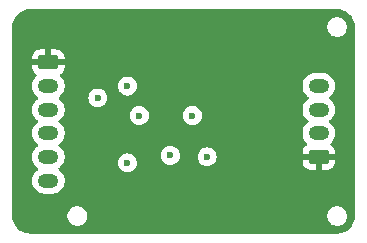
<source format=gbr>
%TF.GenerationSoftware,KiCad,Pcbnew,8.0.1*%
%TF.CreationDate,2024-04-17T01:28:12-04:00*%
%TF.ProjectId,ads1115_board,61647331-3131-4355-9f62-6f6172642e6b,rev?*%
%TF.SameCoordinates,Original*%
%TF.FileFunction,Copper,L4,Bot*%
%TF.FilePolarity,Positive*%
%FSLAX46Y46*%
G04 Gerber Fmt 4.6, Leading zero omitted, Abs format (unit mm)*
G04 Created by KiCad (PCBNEW 8.0.1) date 2024-04-17 01:28:12*
%MOMM*%
%LPD*%
G01*
G04 APERTURE LIST*
G04 Aperture macros list*
%AMRoundRect*
0 Rectangle with rounded corners*
0 $1 Rounding radius*
0 $2 $3 $4 $5 $6 $7 $8 $9 X,Y pos of 4 corners*
0 Add a 4 corners polygon primitive as box body*
4,1,4,$2,$3,$4,$5,$6,$7,$8,$9,$2,$3,0*
0 Add four circle primitives for the rounded corners*
1,1,$1+$1,$2,$3*
1,1,$1+$1,$4,$5*
1,1,$1+$1,$6,$7*
1,1,$1+$1,$8,$9*
0 Add four rect primitives between the rounded corners*
20,1,$1+$1,$2,$3,$4,$5,0*
20,1,$1+$1,$4,$5,$6,$7,0*
20,1,$1+$1,$6,$7,$8,$9,0*
20,1,$1+$1,$8,$9,$2,$3,0*%
G04 Aperture macros list end*
%TA.AperFunction,ComponentPad*%
%ADD10RoundRect,0.250000X0.625000X-0.350000X0.625000X0.350000X-0.625000X0.350000X-0.625000X-0.350000X0*%
%TD*%
%TA.AperFunction,ComponentPad*%
%ADD11O,1.750000X1.200000*%
%TD*%
%TA.AperFunction,ComponentPad*%
%ADD12RoundRect,0.250000X-0.625000X0.350000X-0.625000X-0.350000X0.625000X-0.350000X0.625000X0.350000X0*%
%TD*%
%TA.AperFunction,ViaPad*%
%ADD13C,0.600000*%
%TD*%
G04 APERTURE END LIST*
D10*
%TO.P,J1,1,Pin_1*%
%TO.N,GND*%
X156450000Y-103000000D03*
D11*
%TO.P,J1,2,Pin_2*%
%TO.N,/SIG+*%
X156450000Y-101000000D03*
%TO.P,J1,3,Pin_3*%
%TO.N,/SIG-*%
X156450000Y-99000000D03*
%TO.P,J1,4,Pin_4*%
%TO.N,+4V*%
X156450000Y-97000000D03*
%TD*%
D12*
%TO.P,J2,1,Pin_1*%
%TO.N,GND*%
X133550000Y-95000000D03*
D11*
%TO.P,J2,2,Pin_2*%
%TO.N,/SDA*%
X133550000Y-97000000D03*
%TO.P,J2,3,Pin_3*%
%TO.N,/SCL*%
X133550000Y-99000000D03*
%TO.P,J2,4,Pin_4*%
%TO.N,/RDY*%
X133550000Y-101000000D03*
%TO.P,J2,5,Pin_5*%
%TO.N,+3V3*%
X133550000Y-103000000D03*
%TO.P,J2,6,Pin_6*%
%TO.N,+5V*%
X133550000Y-105000000D03*
%TD*%
D13*
%TO.N,GND*%
X146750000Y-102000000D03*
X153750000Y-100000000D03*
X135000000Y-98000000D03*
X135000000Y-100000000D03*
X131000000Y-107000000D03*
X131000000Y-93000000D03*
X159000000Y-93000000D03*
X138000000Y-91000000D03*
X133000000Y-91000000D03*
X157000000Y-91000000D03*
X152000000Y-91000000D03*
X147000000Y-91000000D03*
X143000000Y-91000000D03*
X133000000Y-109000000D03*
X138000000Y-109000000D03*
X143000000Y-109000000D03*
X147000000Y-109000000D03*
X152000000Y-109000000D03*
X157000000Y-109000000D03*
X159000000Y-107000000D03*
X144500000Y-95250000D03*
X146250000Y-95000000D03*
X153750000Y-97500000D03*
X152000000Y-97500000D03*
X153750000Y-102500000D03*
X152000000Y-102500000D03*
X150000000Y-102500000D03*
X149500000Y-95500000D03*
X147750000Y-94750000D03*
X147500000Y-98000000D03*
X148750000Y-99250000D03*
X150000000Y-100500000D03*
%TO.N,+4V*%
X147000000Y-103000000D03*
%TO.N,GND*%
X140250000Y-104500000D03*
%TO.N,+3V3*%
X140250000Y-97000000D03*
X145750000Y-99500000D03*
%TO.N,GND*%
X151000000Y-96500000D03*
X151000000Y-103250000D03*
X145250000Y-106250000D03*
X137750000Y-103500000D03*
%TO.N,+4V*%
X143875000Y-102875000D03*
%TO.N,+5V*%
X140250000Y-103500000D03*
%TO.N,+3V3*%
X141250000Y-99500000D03*
X137750000Y-98000000D03*
%TO.N,GND*%
X137750000Y-97000000D03*
X144250000Y-97000000D03*
%TD*%
%TA.AperFunction,Conductor*%
%TO.N,GND*%
G36*
X158004418Y-90500816D02*
G01*
X158204561Y-90515130D01*
X158222063Y-90517647D01*
X158413797Y-90559355D01*
X158430755Y-90564334D01*
X158614609Y-90632909D01*
X158630701Y-90640259D01*
X158802904Y-90734288D01*
X158817784Y-90743849D01*
X158974867Y-90861441D01*
X158988237Y-90873027D01*
X159126972Y-91011762D01*
X159138558Y-91025132D01*
X159249625Y-91173500D01*
X159256146Y-91182210D01*
X159265711Y-91197095D01*
X159359740Y-91369298D01*
X159367090Y-91385390D01*
X159435662Y-91569236D01*
X159440646Y-91586212D01*
X159482351Y-91777931D01*
X159484869Y-91795442D01*
X159499184Y-91995580D01*
X159499500Y-92004427D01*
X159499500Y-107995572D01*
X159499184Y-108004419D01*
X159484869Y-108204557D01*
X159482351Y-108222068D01*
X159440646Y-108413787D01*
X159435662Y-108430763D01*
X159367090Y-108614609D01*
X159359740Y-108630701D01*
X159265711Y-108802904D01*
X159256146Y-108817789D01*
X159138558Y-108974867D01*
X159126972Y-108988237D01*
X158988237Y-109126972D01*
X158974867Y-109138558D01*
X158817789Y-109256146D01*
X158802904Y-109265711D01*
X158630701Y-109359740D01*
X158614609Y-109367090D01*
X158430763Y-109435662D01*
X158413787Y-109440646D01*
X158222068Y-109482351D01*
X158204557Y-109484869D01*
X158023779Y-109497799D01*
X158004417Y-109499184D01*
X157995572Y-109499500D01*
X132004428Y-109499500D01*
X131995582Y-109499184D01*
X131973622Y-109497613D01*
X131795442Y-109484869D01*
X131777931Y-109482351D01*
X131586212Y-109440646D01*
X131569236Y-109435662D01*
X131385390Y-109367090D01*
X131369298Y-109359740D01*
X131197095Y-109265711D01*
X131182210Y-109256146D01*
X131025132Y-109138558D01*
X131011762Y-109126972D01*
X130873027Y-108988237D01*
X130861441Y-108974867D01*
X130743849Y-108817784D01*
X130734288Y-108802904D01*
X130640259Y-108630701D01*
X130632909Y-108614609D01*
X130572091Y-108451551D01*
X130564334Y-108430755D01*
X130559355Y-108413797D01*
X130517647Y-108222063D01*
X130515130Y-108204556D01*
X130506322Y-108081407D01*
X135173500Y-108081407D01*
X135205259Y-108241073D01*
X135205262Y-108241082D01*
X135267562Y-108391490D01*
X135267563Y-108391492D01*
X135358015Y-108526862D01*
X135358018Y-108526866D01*
X135473133Y-108641981D01*
X135473137Y-108641984D01*
X135608505Y-108732435D01*
X135608506Y-108732435D01*
X135608507Y-108732436D01*
X135608509Y-108732437D01*
X135708781Y-108773970D01*
X135758919Y-108794738D01*
X135758921Y-108794738D01*
X135758926Y-108794740D01*
X135918592Y-108826499D01*
X135918595Y-108826500D01*
X135918597Y-108826500D01*
X136081405Y-108826500D01*
X136081406Y-108826499D01*
X136134629Y-108815912D01*
X136241073Y-108794740D01*
X136241076Y-108794738D01*
X136241081Y-108794738D01*
X136391495Y-108732435D01*
X136526863Y-108641984D01*
X136641984Y-108526863D01*
X136732435Y-108391495D01*
X136794738Y-108241081D01*
X136802004Y-108204556D01*
X136826499Y-108081407D01*
X157173500Y-108081407D01*
X157205259Y-108241073D01*
X157205262Y-108241082D01*
X157267562Y-108391490D01*
X157267563Y-108391492D01*
X157358015Y-108526862D01*
X157358018Y-108526866D01*
X157473133Y-108641981D01*
X157473137Y-108641984D01*
X157608505Y-108732435D01*
X157608506Y-108732435D01*
X157608507Y-108732436D01*
X157608509Y-108732437D01*
X157708781Y-108773970D01*
X157758919Y-108794738D01*
X157758921Y-108794738D01*
X157758926Y-108794740D01*
X157918592Y-108826499D01*
X157918595Y-108826500D01*
X157918597Y-108826500D01*
X158081405Y-108826500D01*
X158081406Y-108826499D01*
X158134629Y-108815912D01*
X158241073Y-108794740D01*
X158241076Y-108794738D01*
X158241081Y-108794738D01*
X158391495Y-108732435D01*
X158526863Y-108641984D01*
X158641984Y-108526863D01*
X158732435Y-108391495D01*
X158794738Y-108241081D01*
X158802004Y-108204556D01*
X158826499Y-108081407D01*
X158826500Y-108081405D01*
X158826500Y-107918594D01*
X158826499Y-107918592D01*
X158794740Y-107758926D01*
X158794737Y-107758917D01*
X158732437Y-107608509D01*
X158732436Y-107608507D01*
X158641984Y-107473137D01*
X158641981Y-107473133D01*
X158526866Y-107358018D01*
X158526862Y-107358015D01*
X158391492Y-107267563D01*
X158391490Y-107267562D01*
X158241082Y-107205262D01*
X158241073Y-107205259D01*
X158081406Y-107173500D01*
X158081403Y-107173500D01*
X157918597Y-107173500D01*
X157918594Y-107173500D01*
X157758926Y-107205259D01*
X157758917Y-107205262D01*
X157608509Y-107267562D01*
X157608507Y-107267563D01*
X157473137Y-107358015D01*
X157473133Y-107358018D01*
X157358018Y-107473133D01*
X157358015Y-107473137D01*
X157267563Y-107608507D01*
X157267562Y-107608509D01*
X157205262Y-107758917D01*
X157205259Y-107758926D01*
X157173500Y-107918592D01*
X157173500Y-108081407D01*
X136826499Y-108081407D01*
X136826500Y-108081405D01*
X136826500Y-107918594D01*
X136826499Y-107918592D01*
X136794740Y-107758926D01*
X136794737Y-107758917D01*
X136732437Y-107608509D01*
X136732436Y-107608507D01*
X136641984Y-107473137D01*
X136641981Y-107473133D01*
X136526866Y-107358018D01*
X136526862Y-107358015D01*
X136391492Y-107267563D01*
X136391490Y-107267562D01*
X136241082Y-107205262D01*
X136241073Y-107205259D01*
X136081406Y-107173500D01*
X136081403Y-107173500D01*
X135918597Y-107173500D01*
X135918594Y-107173500D01*
X135758926Y-107205259D01*
X135758917Y-107205262D01*
X135608509Y-107267562D01*
X135608507Y-107267563D01*
X135473137Y-107358015D01*
X135473133Y-107358018D01*
X135358018Y-107473133D01*
X135358015Y-107473137D01*
X135267563Y-107608507D01*
X135267562Y-107608509D01*
X135205262Y-107758917D01*
X135205259Y-107758926D01*
X135173500Y-107918592D01*
X135173500Y-108081407D01*
X130506322Y-108081407D01*
X130500816Y-108004418D01*
X130500500Y-107995572D01*
X130500500Y-105086611D01*
X132174500Y-105086611D01*
X132201598Y-105257701D01*
X132255127Y-105422445D01*
X132333768Y-105576788D01*
X132435586Y-105716928D01*
X132558072Y-105839414D01*
X132698212Y-105941232D01*
X132852555Y-106019873D01*
X133017299Y-106073402D01*
X133188389Y-106100500D01*
X133188390Y-106100500D01*
X133911610Y-106100500D01*
X133911611Y-106100500D01*
X134082701Y-106073402D01*
X134247445Y-106019873D01*
X134401788Y-105941232D01*
X134541928Y-105839414D01*
X134664414Y-105716928D01*
X134766232Y-105576788D01*
X134844873Y-105422445D01*
X134898402Y-105257701D01*
X134925500Y-105086611D01*
X134925500Y-104913389D01*
X134898402Y-104742299D01*
X134844873Y-104577555D01*
X134766232Y-104423212D01*
X134664414Y-104283072D01*
X134541928Y-104160586D01*
X134458975Y-104100317D01*
X134416311Y-104044988D01*
X134410332Y-103975374D01*
X134442938Y-103913579D01*
X134458976Y-103899682D01*
X134541928Y-103839414D01*
X134664414Y-103716928D01*
X134766232Y-103576788D01*
X134805356Y-103500003D01*
X139444435Y-103500003D01*
X139464630Y-103679249D01*
X139464631Y-103679254D01*
X139524211Y-103849523D01*
X139581836Y-103941232D01*
X139620184Y-104002262D01*
X139747738Y-104129816D01*
X139900478Y-104225789D01*
X140064175Y-104283069D01*
X140070745Y-104285368D01*
X140070750Y-104285369D01*
X140249996Y-104305565D01*
X140250000Y-104305565D01*
X140250004Y-104305565D01*
X140429249Y-104285369D01*
X140429252Y-104285368D01*
X140429255Y-104285368D01*
X140599522Y-104225789D01*
X140752262Y-104129816D01*
X140879816Y-104002262D01*
X140975789Y-103849522D01*
X141035368Y-103679255D01*
X141035369Y-103679249D01*
X141055565Y-103500003D01*
X141055565Y-103499996D01*
X141035369Y-103320750D01*
X141035368Y-103320745D01*
X141013308Y-103257701D01*
X140975789Y-103150478D01*
X140879816Y-102997738D01*
X140757081Y-102875003D01*
X143069435Y-102875003D01*
X143089630Y-103054249D01*
X143089631Y-103054254D01*
X143149211Y-103224523D01*
X143196684Y-103300075D01*
X143245184Y-103377262D01*
X143372738Y-103504816D01*
X143525478Y-103600789D01*
X143695745Y-103660368D01*
X143695750Y-103660369D01*
X143874996Y-103680565D01*
X143875000Y-103680565D01*
X143875004Y-103680565D01*
X144054249Y-103660369D01*
X144054252Y-103660368D01*
X144054255Y-103660368D01*
X144224522Y-103600789D01*
X144377262Y-103504816D01*
X144504816Y-103377262D01*
X144600789Y-103224522D01*
X144660368Y-103054255D01*
X144660369Y-103054249D01*
X144666481Y-103000003D01*
X146194435Y-103000003D01*
X146214630Y-103179249D01*
X146214631Y-103179254D01*
X146274211Y-103349523D01*
X146320033Y-103422447D01*
X146370184Y-103502262D01*
X146497738Y-103629816D01*
X146588080Y-103686582D01*
X146636375Y-103716928D01*
X146650478Y-103725789D01*
X146820745Y-103785368D01*
X146820750Y-103785369D01*
X146999996Y-103805565D01*
X147000000Y-103805565D01*
X147000004Y-103805565D01*
X147179249Y-103785369D01*
X147179252Y-103785368D01*
X147179255Y-103785368D01*
X147349522Y-103725789D01*
X147502262Y-103629816D01*
X147629816Y-103502262D01*
X147725789Y-103349522D01*
X147785368Y-103179255D01*
X147785369Y-103179249D01*
X147805565Y-103000003D01*
X147805565Y-102999996D01*
X147785369Y-102820750D01*
X147785368Y-102820745D01*
X147760613Y-102750000D01*
X147725789Y-102650478D01*
X147629816Y-102497738D01*
X147502262Y-102370184D01*
X147349523Y-102274211D01*
X147179254Y-102214631D01*
X147179249Y-102214630D01*
X147000004Y-102194435D01*
X146999996Y-102194435D01*
X146820750Y-102214630D01*
X146820745Y-102214631D01*
X146650476Y-102274211D01*
X146497737Y-102370184D01*
X146370184Y-102497737D01*
X146274211Y-102650476D01*
X146214631Y-102820745D01*
X146214630Y-102820750D01*
X146194435Y-102999996D01*
X146194435Y-103000003D01*
X144666481Y-103000003D01*
X144680565Y-102875003D01*
X144680565Y-102874996D01*
X144660369Y-102695750D01*
X144660368Y-102695745D01*
X144626870Y-102600013D01*
X144600789Y-102525478D01*
X144504816Y-102372738D01*
X144377262Y-102245184D01*
X144328639Y-102214632D01*
X144224523Y-102149211D01*
X144054254Y-102089631D01*
X144054249Y-102089630D01*
X143875004Y-102069435D01*
X143874996Y-102069435D01*
X143695750Y-102089630D01*
X143695745Y-102089631D01*
X143525476Y-102149211D01*
X143372737Y-102245184D01*
X143245184Y-102372737D01*
X143149211Y-102525476D01*
X143089631Y-102695745D01*
X143089630Y-102695750D01*
X143069435Y-102874996D01*
X143069435Y-102875003D01*
X140757081Y-102875003D01*
X140752262Y-102870184D01*
X140728503Y-102855255D01*
X140599523Y-102774211D01*
X140429254Y-102714631D01*
X140429249Y-102714630D01*
X140250004Y-102694435D01*
X140249996Y-102694435D01*
X140070750Y-102714630D01*
X140070745Y-102714631D01*
X139900476Y-102774211D01*
X139747737Y-102870184D01*
X139620184Y-102997737D01*
X139524211Y-103150476D01*
X139464631Y-103320745D01*
X139464630Y-103320750D01*
X139444435Y-103499996D01*
X139444435Y-103500003D01*
X134805356Y-103500003D01*
X134844873Y-103422445D01*
X134898402Y-103257701D01*
X134925500Y-103086611D01*
X134925500Y-102913389D01*
X134898402Y-102742299D01*
X134844873Y-102577555D01*
X134766232Y-102423212D01*
X134664414Y-102283072D01*
X134541928Y-102160586D01*
X134458975Y-102100317D01*
X134416311Y-102044988D01*
X134410332Y-101975374D01*
X134442938Y-101913579D01*
X134458976Y-101899682D01*
X134462471Y-101897143D01*
X134541928Y-101839414D01*
X134664414Y-101716928D01*
X134766232Y-101576788D01*
X134844873Y-101422445D01*
X134898402Y-101257701D01*
X134925500Y-101086611D01*
X155074500Y-101086611D01*
X155101598Y-101257701D01*
X155155127Y-101422445D01*
X155233768Y-101576788D01*
X155335586Y-101716928D01*
X155335588Y-101716930D01*
X155443491Y-101824833D01*
X155476976Y-101886156D01*
X155471992Y-101955848D01*
X155430120Y-102011781D01*
X155420907Y-102018053D01*
X155356654Y-102057684D01*
X155232684Y-102181654D01*
X155140643Y-102330875D01*
X155140641Y-102330880D01*
X155085494Y-102497302D01*
X155085493Y-102497309D01*
X155075000Y-102600013D01*
X155075000Y-102750000D01*
X156169670Y-102750000D01*
X156149925Y-102769745D01*
X156100556Y-102855255D01*
X156075000Y-102950630D01*
X156075000Y-103049370D01*
X156100556Y-103144745D01*
X156149925Y-103230255D01*
X156169670Y-103250000D01*
X155075001Y-103250000D01*
X155075001Y-103399986D01*
X155085494Y-103502697D01*
X155140641Y-103669119D01*
X155140643Y-103669124D01*
X155232684Y-103818345D01*
X155356654Y-103942315D01*
X155505875Y-104034356D01*
X155505880Y-104034358D01*
X155672302Y-104089505D01*
X155672309Y-104089506D01*
X155775019Y-104099999D01*
X156199999Y-104099999D01*
X156200000Y-104099998D01*
X156200000Y-103280330D01*
X156219745Y-103300075D01*
X156305255Y-103349444D01*
X156400630Y-103375000D01*
X156499370Y-103375000D01*
X156594745Y-103349444D01*
X156680255Y-103300075D01*
X156700000Y-103280330D01*
X156700000Y-104099999D01*
X157124972Y-104099999D01*
X157124986Y-104099998D01*
X157227697Y-104089505D01*
X157394119Y-104034358D01*
X157394124Y-104034356D01*
X157543345Y-103942315D01*
X157667315Y-103818345D01*
X157759356Y-103669124D01*
X157759358Y-103669119D01*
X157814505Y-103502697D01*
X157814506Y-103502690D01*
X157824999Y-103399986D01*
X157825000Y-103399973D01*
X157825000Y-103250000D01*
X156730330Y-103250000D01*
X156750075Y-103230255D01*
X156799444Y-103144745D01*
X156825000Y-103049370D01*
X156825000Y-102950630D01*
X156799444Y-102855255D01*
X156750075Y-102769745D01*
X156730330Y-102750000D01*
X157824999Y-102750000D01*
X157824999Y-102600028D01*
X157824998Y-102600013D01*
X157814505Y-102497302D01*
X157759358Y-102330880D01*
X157759356Y-102330875D01*
X157667315Y-102181654D01*
X157543343Y-102057682D01*
X157479093Y-102018053D01*
X157432368Y-101966105D01*
X157421145Y-101897143D01*
X157448988Y-101833061D01*
X157456486Y-101824855D01*
X157564414Y-101716928D01*
X157666232Y-101576788D01*
X157744873Y-101422445D01*
X157798402Y-101257701D01*
X157825500Y-101086611D01*
X157825500Y-100913389D01*
X157798402Y-100742299D01*
X157744873Y-100577555D01*
X157666232Y-100423212D01*
X157564414Y-100283072D01*
X157441928Y-100160586D01*
X157358975Y-100100317D01*
X157316311Y-100044988D01*
X157310332Y-99975374D01*
X157342938Y-99913579D01*
X157358976Y-99899682D01*
X157441928Y-99839414D01*
X157564414Y-99716928D01*
X157666232Y-99576788D01*
X157744873Y-99422445D01*
X157798402Y-99257701D01*
X157825500Y-99086611D01*
X157825500Y-98913389D01*
X157798402Y-98742299D01*
X157744873Y-98577555D01*
X157666232Y-98423212D01*
X157564414Y-98283072D01*
X157441928Y-98160586D01*
X157358975Y-98100317D01*
X157316311Y-98044988D01*
X157310332Y-97975374D01*
X157342938Y-97913579D01*
X157358976Y-97899682D01*
X157441928Y-97839414D01*
X157564414Y-97716928D01*
X157666232Y-97576788D01*
X157744873Y-97422445D01*
X157798402Y-97257701D01*
X157825500Y-97086611D01*
X157825500Y-96913389D01*
X157798402Y-96742299D01*
X157744873Y-96577555D01*
X157666232Y-96423212D01*
X157564414Y-96283072D01*
X157441928Y-96160586D01*
X157301788Y-96058768D01*
X157147445Y-95980127D01*
X156982701Y-95926598D01*
X156982699Y-95926597D01*
X156982698Y-95926597D01*
X156851271Y-95905781D01*
X156811611Y-95899500D01*
X156088389Y-95899500D01*
X156048728Y-95905781D01*
X155917302Y-95926597D01*
X155752552Y-95980128D01*
X155598211Y-96058768D01*
X155537530Y-96102856D01*
X155458072Y-96160586D01*
X155458070Y-96160588D01*
X155458069Y-96160588D01*
X155335588Y-96283069D01*
X155335588Y-96283070D01*
X155335586Y-96283072D01*
X155291859Y-96343256D01*
X155233768Y-96423211D01*
X155155128Y-96577552D01*
X155101597Y-96742302D01*
X155074500Y-96913389D01*
X155074500Y-97086610D01*
X155094776Y-97214632D01*
X155101598Y-97257701D01*
X155155127Y-97422445D01*
X155233768Y-97576788D01*
X155335586Y-97716928D01*
X155458072Y-97839414D01*
X155458078Y-97839418D01*
X155541023Y-97899683D01*
X155583689Y-97955013D01*
X155589667Y-98024626D01*
X155557061Y-98086421D01*
X155541023Y-98100317D01*
X155458078Y-98160581D01*
X155458069Y-98160588D01*
X155335588Y-98283069D01*
X155335588Y-98283070D01*
X155335586Y-98283072D01*
X155291859Y-98343256D01*
X155233768Y-98423211D01*
X155155128Y-98577552D01*
X155101597Y-98742302D01*
X155081343Y-98870184D01*
X155074500Y-98913389D01*
X155074500Y-99086611D01*
X155101598Y-99257701D01*
X155155127Y-99422445D01*
X155233768Y-99576788D01*
X155335586Y-99716928D01*
X155458072Y-99839414D01*
X155471986Y-99849523D01*
X155541023Y-99899683D01*
X155583689Y-99955013D01*
X155589667Y-100024626D01*
X155557061Y-100086421D01*
X155541023Y-100100317D01*
X155458078Y-100160581D01*
X155458069Y-100160588D01*
X155335588Y-100283069D01*
X155335588Y-100283070D01*
X155335586Y-100283072D01*
X155319244Y-100305565D01*
X155233768Y-100423211D01*
X155155128Y-100577552D01*
X155101597Y-100742302D01*
X155074500Y-100913389D01*
X155074500Y-101086611D01*
X134925500Y-101086611D01*
X134925500Y-100913389D01*
X134898402Y-100742299D01*
X134844873Y-100577555D01*
X134766232Y-100423212D01*
X134664414Y-100283072D01*
X134541928Y-100160586D01*
X134458975Y-100100317D01*
X134416311Y-100044988D01*
X134410332Y-99975374D01*
X134442938Y-99913579D01*
X134458976Y-99899682D01*
X134541928Y-99839414D01*
X134664414Y-99716928D01*
X134766232Y-99576788D01*
X134805356Y-99500003D01*
X140444435Y-99500003D01*
X140464630Y-99679249D01*
X140464631Y-99679254D01*
X140524211Y-99849523D01*
X140581836Y-99941232D01*
X140620184Y-100002262D01*
X140747738Y-100129816D01*
X140900478Y-100225789D01*
X141064175Y-100283069D01*
X141070745Y-100285368D01*
X141070750Y-100285369D01*
X141249996Y-100305565D01*
X141250000Y-100305565D01*
X141250004Y-100305565D01*
X141429249Y-100285369D01*
X141429252Y-100285368D01*
X141429255Y-100285368D01*
X141599522Y-100225789D01*
X141752262Y-100129816D01*
X141879816Y-100002262D01*
X141975789Y-99849522D01*
X142035368Y-99679255D01*
X142055565Y-99500003D01*
X144944435Y-99500003D01*
X144964630Y-99679249D01*
X144964631Y-99679254D01*
X145024211Y-99849523D01*
X145081836Y-99941232D01*
X145120184Y-100002262D01*
X145247738Y-100129816D01*
X145400478Y-100225789D01*
X145564175Y-100283069D01*
X145570745Y-100285368D01*
X145570750Y-100285369D01*
X145749996Y-100305565D01*
X145750000Y-100305565D01*
X145750004Y-100305565D01*
X145929249Y-100285369D01*
X145929252Y-100285368D01*
X145929255Y-100285368D01*
X146099522Y-100225789D01*
X146252262Y-100129816D01*
X146379816Y-100002262D01*
X146475789Y-99849522D01*
X146535368Y-99679255D01*
X146555565Y-99500000D01*
X146535368Y-99320745D01*
X146475789Y-99150478D01*
X146379816Y-98997738D01*
X146252262Y-98870184D01*
X146149422Y-98805565D01*
X146099523Y-98774211D01*
X145929254Y-98714631D01*
X145929249Y-98714630D01*
X145750004Y-98694435D01*
X145749996Y-98694435D01*
X145570750Y-98714630D01*
X145570745Y-98714631D01*
X145400476Y-98774211D01*
X145247737Y-98870184D01*
X145120184Y-98997737D01*
X145024211Y-99150476D01*
X144964631Y-99320745D01*
X144964630Y-99320750D01*
X144944435Y-99499996D01*
X144944435Y-99500003D01*
X142055565Y-99500003D01*
X142055565Y-99500000D01*
X142035368Y-99320745D01*
X141975789Y-99150478D01*
X141879816Y-98997738D01*
X141752262Y-98870184D01*
X141649422Y-98805565D01*
X141599523Y-98774211D01*
X141429254Y-98714631D01*
X141429249Y-98714630D01*
X141250004Y-98694435D01*
X141249996Y-98694435D01*
X141070750Y-98714630D01*
X141070745Y-98714631D01*
X140900476Y-98774211D01*
X140747737Y-98870184D01*
X140620184Y-98997737D01*
X140524211Y-99150476D01*
X140464631Y-99320745D01*
X140464630Y-99320750D01*
X140444435Y-99499996D01*
X140444435Y-99500003D01*
X134805356Y-99500003D01*
X134844873Y-99422445D01*
X134898402Y-99257701D01*
X134925500Y-99086611D01*
X134925500Y-98913389D01*
X134898402Y-98742299D01*
X134844873Y-98577555D01*
X134766232Y-98423212D01*
X134664414Y-98283072D01*
X134541928Y-98160586D01*
X134458975Y-98100317D01*
X134416311Y-98044988D01*
X134412447Y-98000003D01*
X136944435Y-98000003D01*
X136964630Y-98179249D01*
X136964631Y-98179254D01*
X137024211Y-98349523D01*
X137120184Y-98502262D01*
X137247738Y-98629816D01*
X137338080Y-98686582D01*
X137382721Y-98714632D01*
X137400478Y-98725789D01*
X137538860Y-98774211D01*
X137570745Y-98785368D01*
X137570750Y-98785369D01*
X137749996Y-98805565D01*
X137750000Y-98805565D01*
X137750004Y-98805565D01*
X137929249Y-98785369D01*
X137929252Y-98785368D01*
X137929255Y-98785368D01*
X138099522Y-98725789D01*
X138252262Y-98629816D01*
X138379816Y-98502262D01*
X138475789Y-98349522D01*
X138535368Y-98179255D01*
X138535369Y-98179249D01*
X138555565Y-98000003D01*
X138555565Y-97999996D01*
X138535369Y-97820750D01*
X138535368Y-97820745D01*
X138502141Y-97725788D01*
X138475789Y-97650478D01*
X138379816Y-97497738D01*
X138252262Y-97370184D01*
X138219379Y-97349522D01*
X138099523Y-97274211D01*
X137929254Y-97214631D01*
X137929249Y-97214630D01*
X137750004Y-97194435D01*
X137749996Y-97194435D01*
X137570750Y-97214630D01*
X137570745Y-97214631D01*
X137400476Y-97274211D01*
X137247737Y-97370184D01*
X137120184Y-97497737D01*
X137024211Y-97650476D01*
X136964631Y-97820745D01*
X136964630Y-97820750D01*
X136944435Y-97999996D01*
X136944435Y-98000003D01*
X134412447Y-98000003D01*
X134410332Y-97975374D01*
X134442938Y-97913579D01*
X134458976Y-97899682D01*
X134541928Y-97839414D01*
X134664414Y-97716928D01*
X134766232Y-97576788D01*
X134844873Y-97422445D01*
X134898402Y-97257701D01*
X134925500Y-97086611D01*
X134925500Y-97000003D01*
X139444435Y-97000003D01*
X139464630Y-97179249D01*
X139464631Y-97179254D01*
X139524211Y-97349523D01*
X139570033Y-97422447D01*
X139620184Y-97502262D01*
X139747738Y-97629816D01*
X139838080Y-97686582D01*
X139886375Y-97716928D01*
X139900478Y-97725789D01*
X140070745Y-97785368D01*
X140070750Y-97785369D01*
X140249996Y-97805565D01*
X140250000Y-97805565D01*
X140250004Y-97805565D01*
X140429249Y-97785369D01*
X140429252Y-97785368D01*
X140429255Y-97785368D01*
X140599522Y-97725789D01*
X140752262Y-97629816D01*
X140879816Y-97502262D01*
X140975789Y-97349522D01*
X141035368Y-97179255D01*
X141035369Y-97179249D01*
X141055565Y-97000003D01*
X141055565Y-96999996D01*
X141035369Y-96820750D01*
X141035368Y-96820745D01*
X140975789Y-96650478D01*
X140879816Y-96497738D01*
X140752262Y-96370184D01*
X140599523Y-96274211D01*
X140429254Y-96214631D01*
X140429249Y-96214630D01*
X140250004Y-96194435D01*
X140249996Y-96194435D01*
X140070750Y-96214630D01*
X140070745Y-96214631D01*
X139900476Y-96274211D01*
X139747737Y-96370184D01*
X139620184Y-96497737D01*
X139524211Y-96650476D01*
X139464631Y-96820745D01*
X139464630Y-96820750D01*
X139444435Y-96999996D01*
X139444435Y-97000003D01*
X134925500Y-97000003D01*
X134925500Y-96913389D01*
X134898402Y-96742299D01*
X134844873Y-96577555D01*
X134766232Y-96423212D01*
X134664414Y-96283072D01*
X134556508Y-96175166D01*
X134523023Y-96113843D01*
X134528007Y-96044151D01*
X134569879Y-95988218D01*
X134579094Y-95981945D01*
X134643345Y-95942315D01*
X134767315Y-95818345D01*
X134859356Y-95669124D01*
X134859358Y-95669119D01*
X134914505Y-95502697D01*
X134914506Y-95502690D01*
X134924999Y-95399986D01*
X134925000Y-95399973D01*
X134925000Y-95250000D01*
X133830330Y-95250000D01*
X133850075Y-95230255D01*
X133899444Y-95144745D01*
X133925000Y-95049370D01*
X133925000Y-94950630D01*
X133899444Y-94855255D01*
X133850075Y-94769745D01*
X133830330Y-94750000D01*
X134924999Y-94750000D01*
X134924999Y-94600028D01*
X134924998Y-94600013D01*
X134914505Y-94497302D01*
X134859358Y-94330880D01*
X134859356Y-94330875D01*
X134767315Y-94181654D01*
X134643345Y-94057684D01*
X134494124Y-93965643D01*
X134494119Y-93965641D01*
X134327697Y-93910494D01*
X134327690Y-93910493D01*
X134224986Y-93900000D01*
X133800000Y-93900000D01*
X133800000Y-94719670D01*
X133780255Y-94699925D01*
X133694745Y-94650556D01*
X133599370Y-94625000D01*
X133500630Y-94625000D01*
X133405255Y-94650556D01*
X133319745Y-94699925D01*
X133300000Y-94719670D01*
X133300000Y-93900000D01*
X132875028Y-93900000D01*
X132875012Y-93900001D01*
X132772302Y-93910494D01*
X132605880Y-93965641D01*
X132605875Y-93965643D01*
X132456654Y-94057684D01*
X132332684Y-94181654D01*
X132240643Y-94330875D01*
X132240641Y-94330880D01*
X132185494Y-94497302D01*
X132185493Y-94497309D01*
X132175000Y-94600013D01*
X132175000Y-94750000D01*
X133269670Y-94750000D01*
X133249925Y-94769745D01*
X133200556Y-94855255D01*
X133175000Y-94950630D01*
X133175000Y-95049370D01*
X133200556Y-95144745D01*
X133249925Y-95230255D01*
X133269670Y-95250000D01*
X132175001Y-95250000D01*
X132175001Y-95399986D01*
X132185494Y-95502697D01*
X132240641Y-95669119D01*
X132240643Y-95669124D01*
X132332684Y-95818345D01*
X132456656Y-95942317D01*
X132520906Y-95981946D01*
X132567631Y-96033893D01*
X132578854Y-96102856D01*
X132551011Y-96166938D01*
X132543492Y-96175166D01*
X132435585Y-96283073D01*
X132333768Y-96423211D01*
X132255128Y-96577552D01*
X132201597Y-96742302D01*
X132174500Y-96913389D01*
X132174500Y-97086610D01*
X132194776Y-97214632D01*
X132201598Y-97257701D01*
X132255127Y-97422445D01*
X132333768Y-97576788D01*
X132435586Y-97716928D01*
X132558072Y-97839414D01*
X132558078Y-97839418D01*
X132641023Y-97899683D01*
X132683689Y-97955013D01*
X132689667Y-98024626D01*
X132657061Y-98086421D01*
X132641023Y-98100317D01*
X132558078Y-98160581D01*
X132558069Y-98160588D01*
X132435588Y-98283069D01*
X132435588Y-98283070D01*
X132435586Y-98283072D01*
X132391859Y-98343256D01*
X132333768Y-98423211D01*
X132255128Y-98577552D01*
X132201597Y-98742302D01*
X132181343Y-98870184D01*
X132174500Y-98913389D01*
X132174500Y-99086611D01*
X132201598Y-99257701D01*
X132255127Y-99422445D01*
X132333768Y-99576788D01*
X132435586Y-99716928D01*
X132558072Y-99839414D01*
X132571986Y-99849523D01*
X132641023Y-99899683D01*
X132683689Y-99955013D01*
X132689667Y-100024626D01*
X132657061Y-100086421D01*
X132641023Y-100100317D01*
X132558078Y-100160581D01*
X132558069Y-100160588D01*
X132435588Y-100283069D01*
X132435588Y-100283070D01*
X132435586Y-100283072D01*
X132419244Y-100305565D01*
X132333768Y-100423211D01*
X132255128Y-100577552D01*
X132201597Y-100742302D01*
X132174500Y-100913389D01*
X132174500Y-101086611D01*
X132201598Y-101257701D01*
X132255127Y-101422445D01*
X132333768Y-101576788D01*
X132435586Y-101716928D01*
X132558072Y-101839414D01*
X132558078Y-101839418D01*
X132641023Y-101899683D01*
X132683689Y-101955013D01*
X132689667Y-102024626D01*
X132657061Y-102086421D01*
X132641023Y-102100317D01*
X132558078Y-102160581D01*
X132558069Y-102160588D01*
X132435588Y-102283069D01*
X132435588Y-102283070D01*
X132435586Y-102283072D01*
X132400855Y-102330875D01*
X132333768Y-102423211D01*
X132255128Y-102577552D01*
X132201597Y-102742302D01*
X132181343Y-102870184D01*
X132174500Y-102913389D01*
X132174500Y-103086611D01*
X132201598Y-103257701D01*
X132255127Y-103422445D01*
X132333768Y-103576788D01*
X132435586Y-103716928D01*
X132558072Y-103839414D01*
X132571986Y-103849523D01*
X132641023Y-103899683D01*
X132683689Y-103955013D01*
X132689667Y-104024626D01*
X132657061Y-104086421D01*
X132641023Y-104100317D01*
X132558078Y-104160581D01*
X132558069Y-104160588D01*
X132435588Y-104283069D01*
X132435588Y-104283070D01*
X132435586Y-104283072D01*
X132419244Y-104305565D01*
X132333768Y-104423211D01*
X132255128Y-104577552D01*
X132201597Y-104742302D01*
X132174500Y-104913389D01*
X132174500Y-105086611D01*
X130500500Y-105086611D01*
X130500500Y-92081407D01*
X157173500Y-92081407D01*
X157205259Y-92241073D01*
X157205262Y-92241082D01*
X157267562Y-92391490D01*
X157267563Y-92391492D01*
X157358015Y-92526862D01*
X157358018Y-92526866D01*
X157473133Y-92641981D01*
X157473137Y-92641984D01*
X157608505Y-92732435D01*
X157608506Y-92732435D01*
X157608507Y-92732436D01*
X157608509Y-92732437D01*
X157708781Y-92773970D01*
X157758919Y-92794738D01*
X157758921Y-92794738D01*
X157758926Y-92794740D01*
X157918592Y-92826499D01*
X157918595Y-92826500D01*
X157918597Y-92826500D01*
X158081405Y-92826500D01*
X158081406Y-92826499D01*
X158134629Y-92815912D01*
X158241073Y-92794740D01*
X158241076Y-92794738D01*
X158241081Y-92794738D01*
X158391495Y-92732435D01*
X158526863Y-92641984D01*
X158641984Y-92526863D01*
X158732435Y-92391495D01*
X158794738Y-92241081D01*
X158826500Y-92081403D01*
X158826500Y-91918597D01*
X158826500Y-91918594D01*
X158826499Y-91918592D01*
X158794740Y-91758926D01*
X158794737Y-91758917D01*
X158732437Y-91608509D01*
X158732436Y-91608507D01*
X158641984Y-91473137D01*
X158641981Y-91473133D01*
X158526866Y-91358018D01*
X158526862Y-91358015D01*
X158391492Y-91267563D01*
X158391490Y-91267562D01*
X158241082Y-91205262D01*
X158241073Y-91205259D01*
X158081406Y-91173500D01*
X158081403Y-91173500D01*
X157918597Y-91173500D01*
X157918594Y-91173500D01*
X157758926Y-91205259D01*
X157758917Y-91205262D01*
X157608509Y-91267562D01*
X157608507Y-91267563D01*
X157473137Y-91358015D01*
X157473133Y-91358018D01*
X157358018Y-91473133D01*
X157358015Y-91473137D01*
X157267563Y-91608507D01*
X157267562Y-91608509D01*
X157205262Y-91758917D01*
X157205259Y-91758926D01*
X157173500Y-91918592D01*
X157173500Y-92081407D01*
X130500500Y-92081407D01*
X130500500Y-92004427D01*
X130500816Y-91995581D01*
X130506322Y-91918594D01*
X130515130Y-91795436D01*
X130517646Y-91777938D01*
X130559356Y-91586199D01*
X130564333Y-91569248D01*
X130632911Y-91385385D01*
X130640259Y-91369298D01*
X130695810Y-91267563D01*
X130734291Y-91197089D01*
X130743845Y-91182221D01*
X130861448Y-91025123D01*
X130873020Y-91011769D01*
X131011769Y-90873020D01*
X131025123Y-90861448D01*
X131182221Y-90743845D01*
X131197089Y-90734291D01*
X131369298Y-90640258D01*
X131385385Y-90632911D01*
X131569248Y-90564333D01*
X131586199Y-90559356D01*
X131777938Y-90517646D01*
X131795436Y-90515130D01*
X131995582Y-90500816D01*
X132004428Y-90500500D01*
X132065892Y-90500500D01*
X157934108Y-90500500D01*
X157995572Y-90500500D01*
X158004418Y-90500816D01*
G37*
%TD.AperFunction*%
%TD*%
M02*

</source>
